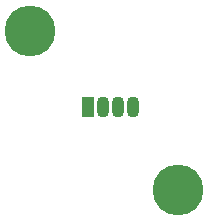
<source format=gbr>
%TF.GenerationSoftware,KiCad,Pcbnew,8.0.6*%
%TF.CreationDate,2025-02-12T13:55:56-05:00*%
%TF.ProjectId,module led,6d6f6475-6c65-4206-9c65-642e6b696361,rev?*%
%TF.SameCoordinates,Original*%
%TF.FileFunction,Soldermask,Bot*%
%TF.FilePolarity,Negative*%
%FSLAX46Y46*%
G04 Gerber Fmt 4.6, Leading zero omitted, Abs format (unit mm)*
G04 Created by KiCad (PCBNEW 8.0.6) date 2025-02-12 13:55:56*
%MOMM*%
%LPD*%
G01*
G04 APERTURE LIST*
%ADD10R,1.070000X1.800000*%
%ADD11O,1.070000X1.800000*%
%ADD12C,4.300000*%
G04 APERTURE END LIST*
D10*
%TO.C,D1*%
X98338551Y-99954948D03*
D11*
X99608551Y-99954948D03*
X100878551Y-99954948D03*
X102148551Y-99954948D03*
%TD*%
D12*
%TO.C,H1*%
X93500000Y-93500000D03*
%TD*%
%TO.C,H3*%
X106000000Y-107000000D03*
%TD*%
M02*

</source>
